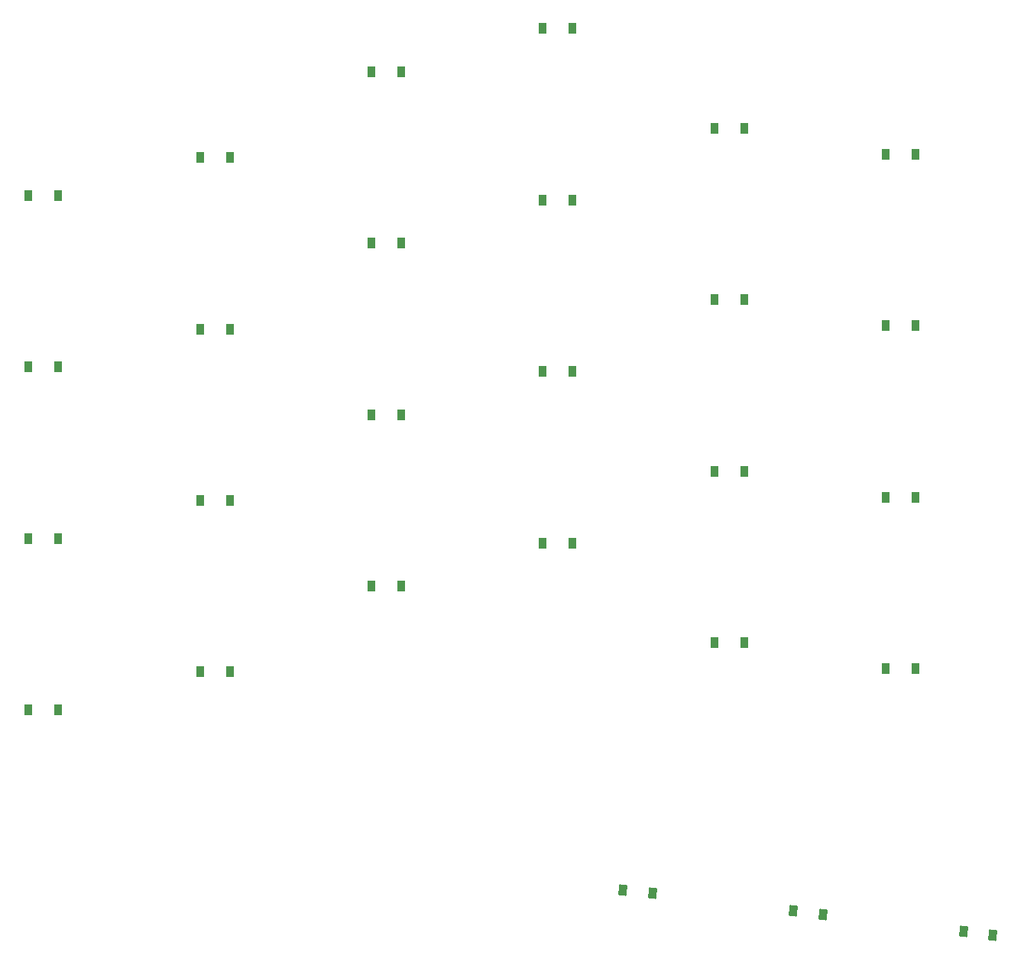
<source format=gbr>
%TF.GenerationSoftware,KiCad,Pcbnew,9.0.1*%
%TF.CreationDate,2025-06-02T17:16:12+02:00*%
%TF.ProjectId,pleiades_l,706c6569-6164-4657-935f-6c2e6b696361,v1.0.0*%
%TF.SameCoordinates,Original*%
%TF.FileFunction,Paste,Bot*%
%TF.FilePolarity,Positive*%
%FSLAX46Y46*%
G04 Gerber Fmt 4.6, Leading zero omitted, Abs format (unit mm)*
G04 Created by KiCad (PCBNEW 9.0.1) date 2025-06-02 17:16:12*
%MOMM*%
%LPD*%
G01*
G04 APERTURE LIST*
G04 Aperture macros list*
%AMRotRect*
0 Rectangle, with rotation*
0 The origin of the aperture is its center*
0 $1 length*
0 $2 width*
0 $3 Rotation angle, in degrees counterclockwise*
0 Add horizontal line*
21,1,$1,$2,0,0,$3*%
G04 Aperture macros list end*
%ADD10R,0.900000X1.200000*%
%ADD11RotRect,0.900000X1.200000X353.000000*%
G04 APERTURE END LIST*
D10*
%TO.C,D1*%
X1650000Y-7557500D03*
X-1650000Y-7557500D03*
%TD*%
%TO.C,D2*%
X1650000Y11442500D03*
X-1650000Y11442500D03*
%TD*%
%TO.C,D3*%
X1650000Y30442500D03*
X-1650000Y30442500D03*
%TD*%
%TO.C,D4*%
X1650000Y49442500D03*
X-1650000Y49442500D03*
%TD*%
%TO.C,D5*%
X20650000Y-3366500D03*
X17350000Y-3366500D03*
%TD*%
%TO.C,D6*%
X20650000Y15633500D03*
X17350000Y15633500D03*
%TD*%
%TO.C,D7*%
X20650000Y34633500D03*
X17350000Y34633500D03*
%TD*%
%TO.C,D8*%
X20650000Y53633500D03*
X17350000Y53633500D03*
%TD*%
%TO.C,D9*%
X39650000Y6158500D03*
X36350000Y6158500D03*
%TD*%
%TO.C,D10*%
X39650000Y25158500D03*
X36350000Y25158500D03*
%TD*%
%TO.C,D11*%
X39650000Y44158500D03*
X36350000Y44158500D03*
%TD*%
%TO.C,D12*%
X39650000Y63158500D03*
X36350000Y63158500D03*
%TD*%
%TO.C,D13*%
X58650000Y10921000D03*
X55350000Y10921000D03*
%TD*%
%TO.C,D14*%
X58650000Y29921000D03*
X55350000Y29921000D03*
%TD*%
%TO.C,D15*%
X58650000Y48921000D03*
X55350000Y48921000D03*
%TD*%
%TO.C,D16*%
X58650000Y67921000D03*
X55350000Y67921000D03*
%TD*%
%TO.C,D17*%
X77650000Y-128000D03*
X74350000Y-128000D03*
%TD*%
%TO.C,D18*%
X77650000Y18872000D03*
X74350000Y18872000D03*
%TD*%
%TO.C,D19*%
X77650000Y37872000D03*
X74350000Y37872000D03*
%TD*%
%TO.C,D20*%
X77650000Y56872000D03*
X74350000Y56872000D03*
%TD*%
%TO.C,D21*%
X96650000Y-2985500D03*
X93350000Y-2985500D03*
%TD*%
%TO.C,D22*%
X96650000Y16014500D03*
X93350000Y16014500D03*
%TD*%
%TO.C,D23*%
X96650000Y35014500D03*
X93350000Y35014500D03*
%TD*%
%TO.C,D24*%
X96650000Y54014500D03*
X93350000Y54014500D03*
%TD*%
D11*
%TO.C,D25*%
X67489915Y-27916551D03*
X64214513Y-27514383D03*
%TD*%
%TO.C,D26*%
X86348292Y-30232068D03*
X83072890Y-29829900D03*
%TD*%
%TO.C,D27*%
X105206669Y-32547586D03*
X101931267Y-32145418D03*
%TD*%
M02*

</source>
